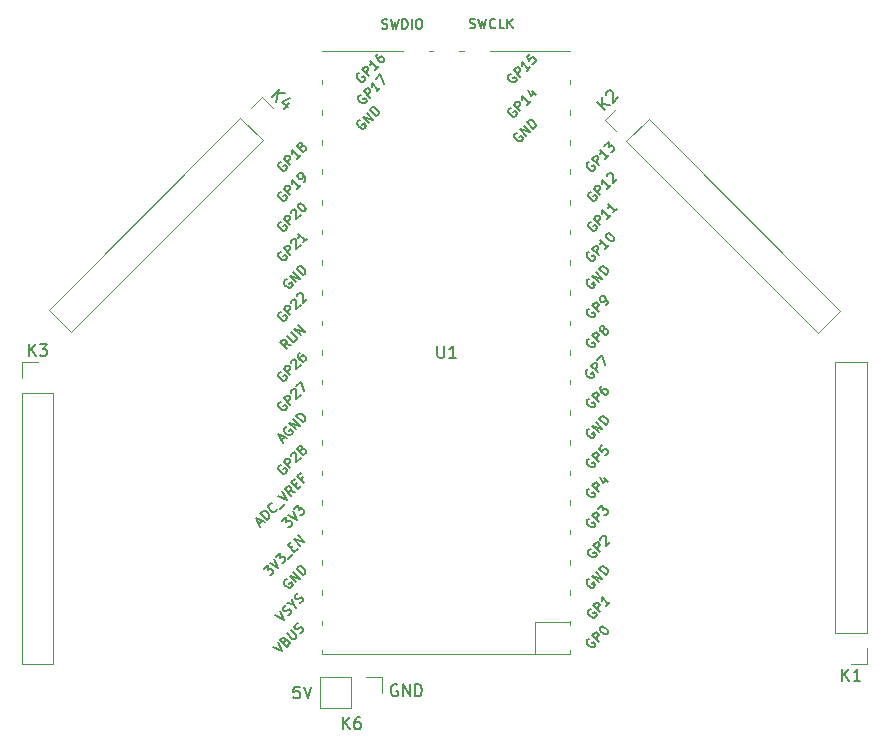
<source format=gbr>
%TF.GenerationSoftware,KiCad,Pcbnew,(5.1.8)-1*%
%TF.CreationDate,2021-12-10T09:06:31+01:00*%
%TF.ProjectId,FirePlace_V1,46697265-506c-4616-9365-5f56312e6b69,rev?*%
%TF.SameCoordinates,Original*%
%TF.FileFunction,Legend,Top*%
%TF.FilePolarity,Positive*%
%FSLAX46Y46*%
G04 Gerber Fmt 4.6, Leading zero omitted, Abs format (unit mm)*
G04 Created by KiCad (PCBNEW (5.1.8)-1) date 2021-12-10 09:06:31*
%MOMM*%
%LPD*%
G01*
G04 APERTURE LIST*
%ADD10C,0.150000*%
%ADD11C,0.120000*%
G04 APERTURE END LIST*
D10*
X41694123Y-77328780D02*
X41217933Y-77328780D01*
X41170314Y-77804971D01*
X41217933Y-77757352D01*
X41313171Y-77709733D01*
X41551266Y-77709733D01*
X41646504Y-77757352D01*
X41694123Y-77804971D01*
X41741742Y-77900209D01*
X41741742Y-78138304D01*
X41694123Y-78233542D01*
X41646504Y-78281161D01*
X41551266Y-78328780D01*
X41313171Y-78328780D01*
X41217933Y-78281161D01*
X41170314Y-78233542D01*
X42027457Y-77328780D02*
X42360790Y-78328780D01*
X42694123Y-77328780D01*
X49961895Y-77198600D02*
X49866657Y-77150980D01*
X49723800Y-77150980D01*
X49580942Y-77198600D01*
X49485704Y-77293838D01*
X49438085Y-77389076D01*
X49390466Y-77579552D01*
X49390466Y-77722409D01*
X49438085Y-77912885D01*
X49485704Y-78008123D01*
X49580942Y-78103361D01*
X49723800Y-78150980D01*
X49819038Y-78150980D01*
X49961895Y-78103361D01*
X50009514Y-78055742D01*
X50009514Y-77722409D01*
X49819038Y-77722409D01*
X50438085Y-78150980D02*
X50438085Y-77150980D01*
X51009514Y-78150980D01*
X51009514Y-77150980D01*
X51485704Y-78150980D02*
X51485704Y-77150980D01*
X51723800Y-77150980D01*
X51866657Y-77198600D01*
X51961895Y-77293838D01*
X52009514Y-77389076D01*
X52057133Y-77579552D01*
X52057133Y-77722409D01*
X52009514Y-77912885D01*
X51961895Y-78008123D01*
X51866657Y-78103361D01*
X51723800Y-78150980D01*
X51485704Y-78150980D01*
D11*
%TO.C,K6*%
X43450200Y-76521000D02*
X43450200Y-79181000D01*
X46050200Y-76521000D02*
X43450200Y-76521000D01*
X46050200Y-79181000D02*
X43450200Y-79181000D01*
X46050200Y-76521000D02*
X46050200Y-79181000D01*
X47320200Y-76521000D02*
X48650200Y-76521000D01*
X48650200Y-76521000D02*
X48650200Y-77851000D01*
%TO.C,K4*%
X20471096Y-45415200D02*
X22352000Y-47296104D01*
X36677983Y-29208313D02*
X20471096Y-45415200D01*
X38558887Y-31089217D02*
X22352000Y-47296104D01*
X36677983Y-29208313D02*
X38558887Y-31089217D01*
X37576009Y-28310287D02*
X38516461Y-27369835D01*
X38516461Y-27369835D02*
X39456913Y-28310287D01*
%TO.C,K3*%
X18177200Y-75396400D02*
X20837200Y-75396400D01*
X18177200Y-52476400D02*
X18177200Y-75396400D01*
X20837200Y-52476400D02*
X20837200Y-75396400D01*
X18177200Y-52476400D02*
X20837200Y-52476400D01*
X18177200Y-51206400D02*
X18177200Y-49876400D01*
X18177200Y-49876400D02*
X19507200Y-49876400D01*
%TO.C,K2*%
X85572600Y-47372304D02*
X87453504Y-45491400D01*
X69365713Y-31165417D02*
X85572600Y-47372304D01*
X71246617Y-29284513D02*
X87453504Y-45491400D01*
X69365713Y-31165417D02*
X71246617Y-29284513D01*
X68467687Y-30267391D02*
X67527235Y-29326939D01*
X67527235Y-29326939D02*
X68467687Y-28386487D01*
%TO.C,K1*%
X89722000Y-49876400D02*
X87062000Y-49876400D01*
X89722000Y-72796400D02*
X89722000Y-49876400D01*
X87062000Y-72796400D02*
X87062000Y-49876400D01*
X89722000Y-72796400D02*
X87062000Y-72796400D01*
X89722000Y-74066400D02*
X89722000Y-75396400D01*
X89722000Y-75396400D02*
X88392000Y-75396400D01*
%TO.C,U1*%
X64614700Y-74534700D02*
X43614700Y-74534700D01*
X57814700Y-23534700D02*
X64614700Y-23534700D01*
X64614700Y-71867700D02*
X61607700Y-71867700D01*
X61607700Y-71867700D02*
X61607700Y-74534700D01*
X64614700Y-74534700D02*
X64614700Y-74234700D01*
X64614700Y-72134700D02*
X64614700Y-71734700D01*
X64614700Y-69534700D02*
X64614700Y-69134700D01*
X64614700Y-67034700D02*
X64614700Y-66634700D01*
X64614700Y-64434700D02*
X64614700Y-64034700D01*
X64614700Y-61934700D02*
X64614700Y-61534700D01*
X64614700Y-59434700D02*
X64614700Y-59034700D01*
X64614700Y-56834700D02*
X64614700Y-56434700D01*
X64614700Y-54334700D02*
X64614700Y-53934700D01*
X64614700Y-51734700D02*
X64614700Y-51334700D01*
X64614700Y-49234700D02*
X64614700Y-48834700D01*
X64614700Y-46734700D02*
X64614700Y-46334700D01*
X64614700Y-44134700D02*
X64614700Y-43734700D01*
X64614700Y-41634700D02*
X64614700Y-41234700D01*
X64614700Y-39034700D02*
X64614700Y-38634700D01*
X64614700Y-36534700D02*
X64614700Y-36134700D01*
X64614700Y-33934700D02*
X64614700Y-33534700D01*
X64614700Y-31434700D02*
X64614700Y-31034700D01*
X64614700Y-28934700D02*
X64614700Y-28534700D01*
X64614700Y-26334700D02*
X64614700Y-25934700D01*
X43614700Y-59434700D02*
X43614700Y-59034700D01*
X43614700Y-54334700D02*
X43614700Y-53934700D01*
X43614700Y-46734700D02*
X43614700Y-46334700D01*
X43614700Y-39034700D02*
X43614700Y-38634700D01*
X43614700Y-69534700D02*
X43614700Y-69134700D01*
X43614700Y-72134700D02*
X43614700Y-71734700D01*
X43614700Y-64434700D02*
X43614700Y-64034700D01*
X43614700Y-31434700D02*
X43614700Y-31034700D01*
X43614700Y-26334700D02*
X43614700Y-25934700D01*
X43614700Y-28934700D02*
X43614700Y-28534700D01*
X43614700Y-44134700D02*
X43614700Y-43734700D01*
X43614700Y-49234700D02*
X43614700Y-48834700D01*
X43614700Y-61934700D02*
X43614700Y-61534700D01*
X43614700Y-56834700D02*
X43614700Y-56434700D01*
X43614700Y-36534700D02*
X43614700Y-36134700D01*
X43614700Y-51734700D02*
X43614700Y-51334700D01*
X43614700Y-74534700D02*
X43614700Y-74234700D01*
X43614700Y-67034700D02*
X43614700Y-66634700D01*
X43614700Y-41634700D02*
X43614700Y-41234700D01*
X43614700Y-33934700D02*
X43614700Y-33534700D01*
X43614700Y-23534700D02*
X50414700Y-23534700D01*
X55614700Y-23534700D02*
X55214700Y-23534700D01*
X53014700Y-23534700D02*
X52614700Y-23534700D01*
%TO.C,K6*%
D10*
X45362904Y-80944980D02*
X45362904Y-79944980D01*
X45934333Y-80944980D02*
X45505761Y-80373552D01*
X45934333Y-79944980D02*
X45362904Y-80516409D01*
X46791476Y-79944980D02*
X46601000Y-79944980D01*
X46505761Y-79992600D01*
X46458142Y-80040219D01*
X46362904Y-80183076D01*
X46315285Y-80373552D01*
X46315285Y-80754504D01*
X46362904Y-80849742D01*
X46410523Y-80897361D01*
X46505761Y-80944980D01*
X46696238Y-80944980D01*
X46791476Y-80897361D01*
X46839095Y-80849742D01*
X46886714Y-80754504D01*
X46886714Y-80516409D01*
X46839095Y-80421171D01*
X46791476Y-80373552D01*
X46696238Y-80325933D01*
X46505761Y-80325933D01*
X46410523Y-80373552D01*
X46362904Y-80421171D01*
X46315285Y-80516409D01*
%TO.C,K4*%
X39322226Y-27401149D02*
X40029332Y-26694042D01*
X39726287Y-27805210D02*
X39827302Y-27098103D01*
X40433394Y-27098103D02*
X39625271Y-27098103D01*
X40803783Y-27939897D02*
X40332378Y-28411302D01*
X40904798Y-27502164D02*
X40231363Y-27838882D01*
X40669096Y-28276615D01*
%TO.C,K3*%
X18769104Y-49328780D02*
X18769104Y-48328780D01*
X19340533Y-49328780D02*
X18911961Y-48757352D01*
X19340533Y-48328780D02*
X18769104Y-48900209D01*
X19673866Y-48328780D02*
X20292914Y-48328780D01*
X19959580Y-48709733D01*
X20102438Y-48709733D01*
X20197676Y-48757352D01*
X20245295Y-48804971D01*
X20292914Y-48900209D01*
X20292914Y-49138304D01*
X20245295Y-49233542D01*
X20197676Y-49281161D01*
X20102438Y-49328780D01*
X19816723Y-49328780D01*
X19721485Y-49281161D01*
X19673866Y-49233542D01*
%TO.C,K2*%
X67558549Y-28521173D02*
X66851442Y-27814067D01*
X67962610Y-28117112D02*
X67255503Y-28016097D01*
X67255503Y-27410005D02*
X67255503Y-28218128D01*
X67592221Y-27207975D02*
X67592221Y-27140631D01*
X67625892Y-27039616D01*
X67794251Y-26871257D01*
X67895267Y-26837586D01*
X67962610Y-26837586D01*
X68063625Y-26871257D01*
X68130969Y-26938601D01*
X68198312Y-27073288D01*
X68198312Y-27881410D01*
X68636045Y-27443677D01*
%TO.C,K1*%
X87653904Y-76848780D02*
X87653904Y-75848780D01*
X88225333Y-76848780D02*
X87796761Y-76277352D01*
X88225333Y-75848780D02*
X87653904Y-76420209D01*
X89177714Y-76848780D02*
X88606285Y-76848780D01*
X88892000Y-76848780D02*
X88892000Y-75848780D01*
X88796761Y-75991638D01*
X88701523Y-76086876D01*
X88606285Y-76134495D01*
%TO.C,U1*%
X53352795Y-48487080D02*
X53352795Y-49296604D01*
X53400414Y-49391842D01*
X53448033Y-49439461D01*
X53543271Y-49487080D01*
X53733747Y-49487080D01*
X53828985Y-49439461D01*
X53876604Y-49391842D01*
X53924223Y-49296604D01*
X53924223Y-48487080D01*
X54924223Y-49487080D02*
X54352795Y-49487080D01*
X54638509Y-49487080D02*
X54638509Y-48487080D01*
X54543271Y-48629938D01*
X54448033Y-48725176D01*
X54352795Y-48772795D01*
X48672961Y-21596309D02*
X48787247Y-21634404D01*
X48977723Y-21634404D01*
X49053914Y-21596309D01*
X49092009Y-21558214D01*
X49130104Y-21482023D01*
X49130104Y-21405833D01*
X49092009Y-21329642D01*
X49053914Y-21291547D01*
X48977723Y-21253452D01*
X48825342Y-21215357D01*
X48749152Y-21177261D01*
X48711057Y-21139166D01*
X48672961Y-21062976D01*
X48672961Y-20986785D01*
X48711057Y-20910595D01*
X48749152Y-20872500D01*
X48825342Y-20834404D01*
X49015819Y-20834404D01*
X49130104Y-20872500D01*
X49396771Y-20834404D02*
X49587247Y-21634404D01*
X49739628Y-21062976D01*
X49892009Y-21634404D01*
X50082485Y-20834404D01*
X50387247Y-21634404D02*
X50387247Y-20834404D01*
X50577723Y-20834404D01*
X50692009Y-20872500D01*
X50768200Y-20948690D01*
X50806295Y-21024880D01*
X50844390Y-21177261D01*
X50844390Y-21291547D01*
X50806295Y-21443928D01*
X50768200Y-21520119D01*
X50692009Y-21596309D01*
X50577723Y-21634404D01*
X50387247Y-21634404D01*
X51187247Y-21634404D02*
X51187247Y-20834404D01*
X51720580Y-20834404D02*
X51872961Y-20834404D01*
X51949152Y-20872500D01*
X52025342Y-20948690D01*
X52063438Y-21101071D01*
X52063438Y-21367738D01*
X52025342Y-21520119D01*
X51949152Y-21596309D01*
X51872961Y-21634404D01*
X51720580Y-21634404D01*
X51644390Y-21596309D01*
X51568200Y-21520119D01*
X51530104Y-21367738D01*
X51530104Y-21101071D01*
X51568200Y-20948690D01*
X51644390Y-20872500D01*
X51720580Y-20834404D01*
X56102476Y-21532809D02*
X56216761Y-21570904D01*
X56407238Y-21570904D01*
X56483428Y-21532809D01*
X56521523Y-21494714D01*
X56559619Y-21418523D01*
X56559619Y-21342333D01*
X56521523Y-21266142D01*
X56483428Y-21228047D01*
X56407238Y-21189952D01*
X56254857Y-21151857D01*
X56178666Y-21113761D01*
X56140571Y-21075666D01*
X56102476Y-20999476D01*
X56102476Y-20923285D01*
X56140571Y-20847095D01*
X56178666Y-20809000D01*
X56254857Y-20770904D01*
X56445333Y-20770904D01*
X56559619Y-20809000D01*
X56826285Y-20770904D02*
X57016761Y-21570904D01*
X57169142Y-20999476D01*
X57321523Y-21570904D01*
X57512000Y-20770904D01*
X58273904Y-21494714D02*
X58235809Y-21532809D01*
X58121523Y-21570904D01*
X58045333Y-21570904D01*
X57931047Y-21532809D01*
X57854857Y-21456619D01*
X57816761Y-21380428D01*
X57778666Y-21228047D01*
X57778666Y-21113761D01*
X57816761Y-20961380D01*
X57854857Y-20885190D01*
X57931047Y-20809000D01*
X58045333Y-20770904D01*
X58121523Y-20770904D01*
X58235809Y-20809000D01*
X58273904Y-20847095D01*
X58997714Y-21570904D02*
X58616761Y-21570904D01*
X58616761Y-20770904D01*
X59264380Y-21570904D02*
X59264380Y-20770904D01*
X59721523Y-21570904D02*
X59378666Y-21113761D01*
X59721523Y-20770904D02*
X59264380Y-21228047D01*
X40158297Y-56475664D02*
X40427671Y-56206290D01*
X40266046Y-56691163D02*
X39888923Y-55936916D01*
X40643170Y-56314040D01*
X40589295Y-55290419D02*
X40508483Y-55317356D01*
X40427671Y-55398168D01*
X40373796Y-55505918D01*
X40373796Y-55613667D01*
X40400733Y-55694480D01*
X40481545Y-55829167D01*
X40562358Y-55909979D01*
X40697045Y-55990791D01*
X40777857Y-56017728D01*
X40885606Y-56017728D01*
X40993356Y-55963854D01*
X41047231Y-55909979D01*
X41101106Y-55802229D01*
X41101106Y-55748354D01*
X40912544Y-55559793D01*
X40804794Y-55667542D01*
X41397417Y-55559793D02*
X40831732Y-54994107D01*
X41720666Y-55236544D01*
X41154980Y-54670858D01*
X41990040Y-54967170D02*
X41424354Y-54401484D01*
X41559041Y-54266797D01*
X41666791Y-54212923D01*
X41774541Y-54212923D01*
X41855353Y-54239860D01*
X41990040Y-54320672D01*
X42070852Y-54401484D01*
X42151664Y-54536171D01*
X42178602Y-54616984D01*
X42178602Y-54724733D01*
X42124727Y-54832483D01*
X41990040Y-54967170D01*
X40600858Y-68232855D02*
X40520046Y-68259793D01*
X40439234Y-68340605D01*
X40385359Y-68448354D01*
X40385359Y-68556104D01*
X40412297Y-68636916D01*
X40493109Y-68771603D01*
X40573921Y-68852415D01*
X40708608Y-68933228D01*
X40789420Y-68960165D01*
X40897170Y-68960165D01*
X41004919Y-68906290D01*
X41058794Y-68852415D01*
X41112669Y-68744666D01*
X41112669Y-68690791D01*
X40924107Y-68502229D01*
X40816358Y-68609979D01*
X41408980Y-68502229D02*
X40843295Y-67936544D01*
X41732229Y-68178980D01*
X41166544Y-67613295D01*
X42001603Y-67909606D02*
X41435918Y-67343921D01*
X41570605Y-67209234D01*
X41678354Y-67155359D01*
X41786104Y-67155359D01*
X41866916Y-67182297D01*
X42001603Y-67263109D01*
X42082415Y-67343921D01*
X42163228Y-67478608D01*
X42190165Y-67559420D01*
X42190165Y-67667170D01*
X42136290Y-67774919D01*
X42001603Y-67909606D01*
X40600858Y-42832855D02*
X40520046Y-42859793D01*
X40439234Y-42940605D01*
X40385359Y-43048354D01*
X40385359Y-43156104D01*
X40412297Y-43236916D01*
X40493109Y-43371603D01*
X40573921Y-43452415D01*
X40708608Y-43533228D01*
X40789420Y-43560165D01*
X40897170Y-43560165D01*
X41004919Y-43506290D01*
X41058794Y-43452415D01*
X41112669Y-43344666D01*
X41112669Y-43290791D01*
X40924107Y-43102229D01*
X40816358Y-43209979D01*
X41408980Y-43102229D02*
X40843295Y-42536544D01*
X41732229Y-42778980D01*
X41166544Y-42213295D01*
X42001603Y-42509606D02*
X41435918Y-41943921D01*
X41570605Y-41809234D01*
X41678354Y-41755359D01*
X41786104Y-41755359D01*
X41866916Y-41782297D01*
X42001603Y-41863109D01*
X42082415Y-41943921D01*
X42163228Y-42078608D01*
X42190165Y-42159420D01*
X42190165Y-42267170D01*
X42136290Y-42374919D01*
X42001603Y-42509606D01*
X46796858Y-29370855D02*
X46716046Y-29397793D01*
X46635234Y-29478605D01*
X46581359Y-29586354D01*
X46581359Y-29694104D01*
X46608297Y-29774916D01*
X46689109Y-29909603D01*
X46769921Y-29990415D01*
X46904608Y-30071228D01*
X46985420Y-30098165D01*
X47093170Y-30098165D01*
X47200919Y-30044290D01*
X47254794Y-29990415D01*
X47308669Y-29882666D01*
X47308669Y-29828791D01*
X47120107Y-29640229D01*
X47012358Y-29747979D01*
X47604980Y-29640229D02*
X47039295Y-29074544D01*
X47928229Y-29316980D01*
X47362544Y-28751295D01*
X48197603Y-29047606D02*
X47631918Y-28481921D01*
X47766605Y-28347234D01*
X47874354Y-28293359D01*
X47982104Y-28293359D01*
X48062916Y-28320297D01*
X48197603Y-28401109D01*
X48278415Y-28481921D01*
X48359228Y-28616608D01*
X48386165Y-28697420D01*
X48386165Y-28805170D01*
X48332290Y-28912919D01*
X48197603Y-29047606D01*
X60093758Y-30450355D02*
X60012946Y-30477293D01*
X59932134Y-30558105D01*
X59878259Y-30665854D01*
X59878259Y-30773604D01*
X59905197Y-30854416D01*
X59986009Y-30989103D01*
X60066821Y-31069915D01*
X60201508Y-31150728D01*
X60282320Y-31177665D01*
X60390070Y-31177665D01*
X60497819Y-31123790D01*
X60551694Y-31069915D01*
X60605569Y-30962166D01*
X60605569Y-30908291D01*
X60417007Y-30719729D01*
X60309258Y-30827479D01*
X60901880Y-30719729D02*
X60336195Y-30154044D01*
X61225129Y-30396480D01*
X60659444Y-29830795D01*
X61494503Y-30127106D02*
X60928818Y-29561421D01*
X61063505Y-29426734D01*
X61171254Y-29372859D01*
X61279004Y-29372859D01*
X61359816Y-29399797D01*
X61494503Y-29480609D01*
X61575315Y-29561421D01*
X61656128Y-29696108D01*
X61683065Y-29776920D01*
X61683065Y-29884670D01*
X61629190Y-29992419D01*
X61494503Y-30127106D01*
X66200858Y-42832855D02*
X66120046Y-42859793D01*
X66039234Y-42940605D01*
X65985359Y-43048354D01*
X65985359Y-43156104D01*
X66012297Y-43236916D01*
X66093109Y-43371603D01*
X66173921Y-43452415D01*
X66308608Y-43533228D01*
X66389420Y-43560165D01*
X66497170Y-43560165D01*
X66604919Y-43506290D01*
X66658794Y-43452415D01*
X66712669Y-43344666D01*
X66712669Y-43290791D01*
X66524107Y-43102229D01*
X66416358Y-43209979D01*
X67008980Y-43102229D02*
X66443295Y-42536544D01*
X67332229Y-42778980D01*
X66766544Y-42213295D01*
X67601603Y-42509606D02*
X67035918Y-41943921D01*
X67170605Y-41809234D01*
X67278354Y-41755359D01*
X67386104Y-41755359D01*
X67466916Y-41782297D01*
X67601603Y-41863109D01*
X67682415Y-41943921D01*
X67763228Y-42078608D01*
X67790165Y-42159420D01*
X67790165Y-42267170D01*
X67736290Y-42374919D01*
X67601603Y-42509606D01*
X66200858Y-55532855D02*
X66120046Y-55559793D01*
X66039234Y-55640605D01*
X65985359Y-55748354D01*
X65985359Y-55856104D01*
X66012297Y-55936916D01*
X66093109Y-56071603D01*
X66173921Y-56152415D01*
X66308608Y-56233228D01*
X66389420Y-56260165D01*
X66497170Y-56260165D01*
X66604919Y-56206290D01*
X66658794Y-56152415D01*
X66712669Y-56044666D01*
X66712669Y-55990791D01*
X66524107Y-55802229D01*
X66416358Y-55909979D01*
X67008980Y-55802229D02*
X66443295Y-55236544D01*
X67332229Y-55478980D01*
X66766544Y-54913295D01*
X67601603Y-55209606D02*
X67035918Y-54643921D01*
X67170605Y-54509234D01*
X67278354Y-54455359D01*
X67386104Y-54455359D01*
X67466916Y-54482297D01*
X67601603Y-54563109D01*
X67682415Y-54643921D01*
X67763228Y-54778608D01*
X67790165Y-54859420D01*
X67790165Y-54967170D01*
X67736290Y-55074919D01*
X67601603Y-55209606D01*
X66200858Y-68232855D02*
X66120046Y-68259793D01*
X66039234Y-68340605D01*
X65985359Y-68448354D01*
X65985359Y-68556104D01*
X66012297Y-68636916D01*
X66093109Y-68771603D01*
X66173921Y-68852415D01*
X66308608Y-68933228D01*
X66389420Y-68960165D01*
X66497170Y-68960165D01*
X66604919Y-68906290D01*
X66658794Y-68852415D01*
X66712669Y-68744666D01*
X66712669Y-68690791D01*
X66524107Y-68502229D01*
X66416358Y-68609979D01*
X67008980Y-68502229D02*
X66443295Y-67936544D01*
X67332229Y-68178980D01*
X66766544Y-67613295D01*
X67601603Y-67909606D02*
X67035918Y-67343921D01*
X67170605Y-67209234D01*
X67278354Y-67155359D01*
X67386104Y-67155359D01*
X67466916Y-67182297D01*
X67601603Y-67263109D01*
X67682415Y-67343921D01*
X67763228Y-67478608D01*
X67790165Y-67559420D01*
X67790165Y-67667170D01*
X67736290Y-67774919D01*
X67601603Y-67909606D01*
X39467829Y-73962009D02*
X40222077Y-74339133D01*
X39844953Y-73584886D01*
X40491451Y-73477136D02*
X40599200Y-73423261D01*
X40653075Y-73423261D01*
X40733887Y-73450199D01*
X40814700Y-73531011D01*
X40841637Y-73611823D01*
X40841637Y-73665698D01*
X40814700Y-73746510D01*
X40599200Y-73962009D01*
X40033515Y-73396324D01*
X40222077Y-73207762D01*
X40302889Y-73180825D01*
X40356764Y-73180825D01*
X40437576Y-73207762D01*
X40491451Y-73261637D01*
X40518388Y-73342449D01*
X40518388Y-73396324D01*
X40491451Y-73477136D01*
X40302889Y-73665698D01*
X40599200Y-72830638D02*
X41057136Y-73288574D01*
X41137948Y-73315512D01*
X41191823Y-73315512D01*
X41272635Y-73288574D01*
X41380385Y-73180825D01*
X41407322Y-73100012D01*
X41407322Y-73046138D01*
X41380385Y-72965325D01*
X40922449Y-72507390D01*
X41703634Y-72803701D02*
X41811383Y-72749826D01*
X41946070Y-72615139D01*
X41973008Y-72534327D01*
X41973008Y-72480452D01*
X41946070Y-72399640D01*
X41892196Y-72345765D01*
X41811383Y-72318828D01*
X41757509Y-72318828D01*
X41676696Y-72345765D01*
X41542009Y-72426577D01*
X41461197Y-72453515D01*
X41407322Y-72453515D01*
X41326510Y-72426577D01*
X41272635Y-72372703D01*
X41245698Y-72291890D01*
X41245698Y-72238016D01*
X41272635Y-72157203D01*
X41407322Y-72022516D01*
X41515072Y-71968642D01*
X39635173Y-71284666D02*
X40389420Y-71661789D01*
X40012297Y-70907542D01*
X40712669Y-71284666D02*
X40820419Y-71230791D01*
X40955106Y-71096104D01*
X40982043Y-71015292D01*
X40982043Y-70961417D01*
X40955106Y-70880605D01*
X40901231Y-70826730D01*
X40820419Y-70799793D01*
X40766544Y-70799793D01*
X40685732Y-70826730D01*
X40551045Y-70907542D01*
X40470232Y-70934480D01*
X40416358Y-70934480D01*
X40335545Y-70907542D01*
X40281671Y-70853667D01*
X40254733Y-70772855D01*
X40254733Y-70718980D01*
X40281671Y-70638168D01*
X40416358Y-70503481D01*
X40524107Y-70449606D01*
X41143667Y-70368794D02*
X41413041Y-70638168D01*
X40658794Y-70261045D02*
X41143667Y-70368794D01*
X41035918Y-69883921D01*
X41736290Y-70261045D02*
X41844040Y-70207170D01*
X41978727Y-70072483D01*
X42005664Y-69991671D01*
X42005664Y-69937796D01*
X41978727Y-69856984D01*
X41924852Y-69803109D01*
X41844040Y-69776171D01*
X41790165Y-69776171D01*
X41709353Y-69803109D01*
X41574666Y-69883921D01*
X41493854Y-69910858D01*
X41439979Y-69910858D01*
X41359167Y-69883921D01*
X41305292Y-69830046D01*
X41278354Y-69749234D01*
X41278354Y-69695359D01*
X41305292Y-69614547D01*
X41439979Y-69479860D01*
X41547728Y-69425985D01*
X38636831Y-67393008D02*
X38987017Y-67042822D01*
X39013955Y-67446883D01*
X39094767Y-67366070D01*
X39175579Y-67339133D01*
X39229454Y-67339133D01*
X39310266Y-67366070D01*
X39444953Y-67500757D01*
X39471890Y-67581570D01*
X39471890Y-67635444D01*
X39444953Y-67716257D01*
X39283329Y-67877881D01*
X39202516Y-67904818D01*
X39148642Y-67904818D01*
X39148642Y-66881197D02*
X39902889Y-67258321D01*
X39525765Y-66504074D01*
X39660452Y-66369387D02*
X40010638Y-66019200D01*
X40037576Y-66423261D01*
X40118388Y-66342449D01*
X40199200Y-66315512D01*
X40253075Y-66315512D01*
X40333887Y-66342449D01*
X40468574Y-66477136D01*
X40495512Y-66557948D01*
X40495512Y-66611823D01*
X40468574Y-66692635D01*
X40306950Y-66854260D01*
X40226138Y-66881197D01*
X40172263Y-66881197D01*
X40737948Y-66531011D02*
X41168947Y-66100012D01*
X40953448Y-65615139D02*
X41142009Y-65426577D01*
X41519133Y-65642077D02*
X41249759Y-65911451D01*
X40684074Y-65345765D01*
X40953448Y-65076391D01*
X41761570Y-65399640D02*
X41195884Y-64833955D01*
X42084818Y-65076391D01*
X41519133Y-64510706D01*
X40204547Y-63325292D02*
X40554733Y-62975106D01*
X40581671Y-63379167D01*
X40662483Y-63298354D01*
X40743295Y-63271417D01*
X40797170Y-63271417D01*
X40877982Y-63298354D01*
X41012669Y-63433041D01*
X41039606Y-63513854D01*
X41039606Y-63567728D01*
X41012669Y-63648541D01*
X40851045Y-63810165D01*
X40770232Y-63837102D01*
X40716358Y-63837102D01*
X40716358Y-62813481D02*
X41470605Y-63190605D01*
X41093481Y-62436358D01*
X41228168Y-62301671D02*
X41578354Y-61951484D01*
X41605292Y-62355545D01*
X41686104Y-62274733D01*
X41766916Y-62247796D01*
X41820791Y-62247796D01*
X41901603Y-62274733D01*
X42036290Y-62409420D01*
X42063228Y-62490232D01*
X42063228Y-62544107D01*
X42036290Y-62624919D01*
X41874666Y-62786544D01*
X41793854Y-62813481D01*
X41739979Y-62813481D01*
X38269488Y-63568473D02*
X38538862Y-63299099D01*
X38377237Y-63783972D02*
X38000114Y-63029725D01*
X38754361Y-63406849D01*
X38942923Y-63218287D02*
X38377237Y-62652602D01*
X38511924Y-62517915D01*
X38619674Y-62464040D01*
X38727423Y-62464040D01*
X38808236Y-62490977D01*
X38942923Y-62571789D01*
X39023735Y-62652602D01*
X39104547Y-62787289D01*
X39131484Y-62868101D01*
X39131484Y-62975850D01*
X39077610Y-63083600D01*
X38942923Y-63218287D01*
X39777982Y-62275478D02*
X39777982Y-62329353D01*
X39724107Y-62437102D01*
X39670232Y-62490977D01*
X39562483Y-62544852D01*
X39454733Y-62544852D01*
X39373921Y-62517915D01*
X39239234Y-62437102D01*
X39158422Y-62356290D01*
X39077610Y-62221603D01*
X39050672Y-62140791D01*
X39050672Y-62033041D01*
X39104547Y-61925292D01*
X39158422Y-61871417D01*
X39266171Y-61817542D01*
X39320046Y-61817542D01*
X39993481Y-62275478D02*
X40424480Y-61844480D01*
X39858794Y-61171045D02*
X40613041Y-61548168D01*
X40235918Y-60793921D01*
X41313414Y-60847796D02*
X40855478Y-60766984D01*
X40990165Y-61171045D02*
X40424480Y-60605359D01*
X40639979Y-60389860D01*
X40720791Y-60362923D01*
X40774666Y-60362923D01*
X40855478Y-60389860D01*
X40936290Y-60470672D01*
X40963228Y-60551484D01*
X40963228Y-60605359D01*
X40936290Y-60686171D01*
X40720791Y-60901671D01*
X41259539Y-60309048D02*
X41448101Y-60120486D01*
X41825224Y-60335985D02*
X41555850Y-60605359D01*
X40990165Y-60039674D01*
X41259539Y-59770300D01*
X41959911Y-59608675D02*
X41771350Y-59797237D01*
X42067661Y-60093549D02*
X41501976Y-59527863D01*
X41771350Y-59258489D01*
X40104422Y-58569292D02*
X40023610Y-58596229D01*
X39942797Y-58677041D01*
X39888923Y-58784791D01*
X39888923Y-58892541D01*
X39915860Y-58973353D01*
X39996672Y-59108040D01*
X40077484Y-59188852D01*
X40212171Y-59269664D01*
X40292984Y-59296602D01*
X40400733Y-59296602D01*
X40508483Y-59242727D01*
X40562358Y-59188852D01*
X40616232Y-59081102D01*
X40616232Y-59027228D01*
X40427671Y-58838666D01*
X40319921Y-58946415D01*
X40912544Y-58838666D02*
X40346858Y-58272980D01*
X40562358Y-58057481D01*
X40643170Y-58030544D01*
X40697045Y-58030544D01*
X40777857Y-58057481D01*
X40858669Y-58138293D01*
X40885606Y-58219106D01*
X40885606Y-58272980D01*
X40858669Y-58353793D01*
X40643170Y-58569292D01*
X40939481Y-57788107D02*
X40939481Y-57734232D01*
X40966419Y-57653420D01*
X41101106Y-57518733D01*
X41181918Y-57491796D01*
X41235793Y-57491796D01*
X41316605Y-57518733D01*
X41370480Y-57572608D01*
X41424354Y-57680358D01*
X41424354Y-58326855D01*
X41774541Y-57976669D01*
X41774541Y-57330171D02*
X41693728Y-57357109D01*
X41639854Y-57357109D01*
X41559041Y-57330171D01*
X41532104Y-57303234D01*
X41505167Y-57222422D01*
X41505167Y-57168547D01*
X41532104Y-57087735D01*
X41639854Y-56979985D01*
X41720666Y-56953048D01*
X41774541Y-56953048D01*
X41855353Y-56979985D01*
X41882290Y-57006923D01*
X41909228Y-57087735D01*
X41909228Y-57141610D01*
X41882290Y-57222422D01*
X41774541Y-57330171D01*
X41747603Y-57410984D01*
X41747603Y-57464858D01*
X41774541Y-57545671D01*
X41882290Y-57653420D01*
X41963102Y-57680358D01*
X42016977Y-57680358D01*
X42097789Y-57653420D01*
X42205539Y-57545671D01*
X42232476Y-57464858D01*
X42232476Y-57410984D01*
X42205539Y-57330171D01*
X42097789Y-57222422D01*
X42016977Y-57195484D01*
X41963102Y-57195484D01*
X41882290Y-57222422D01*
X40104422Y-53225292D02*
X40023610Y-53252229D01*
X39942797Y-53333041D01*
X39888923Y-53440791D01*
X39888923Y-53548541D01*
X39915860Y-53629353D01*
X39996672Y-53764040D01*
X40077484Y-53844852D01*
X40212171Y-53925664D01*
X40292984Y-53952602D01*
X40400733Y-53952602D01*
X40508483Y-53898727D01*
X40562358Y-53844852D01*
X40616232Y-53737102D01*
X40616232Y-53683228D01*
X40427671Y-53494666D01*
X40319921Y-53602415D01*
X40912544Y-53494666D02*
X40346858Y-52928980D01*
X40562358Y-52713481D01*
X40643170Y-52686544D01*
X40697045Y-52686544D01*
X40777857Y-52713481D01*
X40858669Y-52794293D01*
X40885606Y-52875106D01*
X40885606Y-52928980D01*
X40858669Y-53009793D01*
X40643170Y-53225292D01*
X40939481Y-52444107D02*
X40939481Y-52390232D01*
X40966419Y-52309420D01*
X41101106Y-52174733D01*
X41181918Y-52147796D01*
X41235793Y-52147796D01*
X41316605Y-52174733D01*
X41370480Y-52228608D01*
X41424354Y-52336358D01*
X41424354Y-52982855D01*
X41774541Y-52632669D01*
X41397417Y-51878422D02*
X41774541Y-51501298D01*
X42097789Y-52309420D01*
X40104422Y-50695292D02*
X40023610Y-50722229D01*
X39942797Y-50803041D01*
X39888923Y-50910791D01*
X39888923Y-51018541D01*
X39915860Y-51099353D01*
X39996672Y-51234040D01*
X40077484Y-51314852D01*
X40212171Y-51395664D01*
X40292984Y-51422602D01*
X40400733Y-51422602D01*
X40508483Y-51368727D01*
X40562358Y-51314852D01*
X40616232Y-51207102D01*
X40616232Y-51153228D01*
X40427671Y-50964666D01*
X40319921Y-51072415D01*
X40912544Y-50964666D02*
X40346858Y-50398980D01*
X40562358Y-50183481D01*
X40643170Y-50156544D01*
X40697045Y-50156544D01*
X40777857Y-50183481D01*
X40858669Y-50264293D01*
X40885606Y-50345106D01*
X40885606Y-50398980D01*
X40858669Y-50479793D01*
X40643170Y-50695292D01*
X40939481Y-49914107D02*
X40939481Y-49860232D01*
X40966419Y-49779420D01*
X41101106Y-49644733D01*
X41181918Y-49617796D01*
X41235793Y-49617796D01*
X41316605Y-49644733D01*
X41370480Y-49698608D01*
X41424354Y-49806358D01*
X41424354Y-50452855D01*
X41774541Y-50102669D01*
X41693728Y-49052110D02*
X41585979Y-49159860D01*
X41559041Y-49240672D01*
X41559041Y-49294547D01*
X41585979Y-49429234D01*
X41666791Y-49563921D01*
X41882290Y-49779420D01*
X41963102Y-49806358D01*
X42016977Y-49806358D01*
X42097789Y-49779420D01*
X42205539Y-49671671D01*
X42232476Y-49590858D01*
X42232476Y-49536984D01*
X42205539Y-49456171D01*
X42070852Y-49321484D01*
X41990040Y-49294547D01*
X41936165Y-49294547D01*
X41855353Y-49321484D01*
X41747603Y-49429234D01*
X41720666Y-49510046D01*
X41720666Y-49563921D01*
X41747603Y-49644733D01*
X40953075Y-48438135D02*
X40495139Y-48357322D01*
X40629826Y-48761383D02*
X40064141Y-48195698D01*
X40279640Y-47980199D01*
X40360452Y-47953261D01*
X40414327Y-47953261D01*
X40495139Y-47980199D01*
X40575951Y-48061011D01*
X40602889Y-48141823D01*
X40602889Y-48195698D01*
X40575951Y-48276510D01*
X40360452Y-48492009D01*
X40629826Y-47630012D02*
X41087762Y-48087948D01*
X41168574Y-48114886D01*
X41222449Y-48114886D01*
X41303261Y-48087948D01*
X41411011Y-47980199D01*
X41437948Y-47899387D01*
X41437948Y-47845512D01*
X41411011Y-47764700D01*
X40953075Y-47306764D01*
X41788135Y-47603075D02*
X41222449Y-47037390D01*
X42111383Y-47279826D01*
X41545698Y-46714141D01*
X40104422Y-45615292D02*
X40023610Y-45642229D01*
X39942797Y-45723041D01*
X39888923Y-45830791D01*
X39888923Y-45938541D01*
X39915860Y-46019353D01*
X39996672Y-46154040D01*
X40077484Y-46234852D01*
X40212171Y-46315664D01*
X40292984Y-46342602D01*
X40400733Y-46342602D01*
X40508483Y-46288727D01*
X40562358Y-46234852D01*
X40616232Y-46127102D01*
X40616232Y-46073228D01*
X40427671Y-45884666D01*
X40319921Y-45992415D01*
X40912544Y-45884666D02*
X40346858Y-45318980D01*
X40562358Y-45103481D01*
X40643170Y-45076544D01*
X40697045Y-45076544D01*
X40777857Y-45103481D01*
X40858669Y-45184293D01*
X40885606Y-45265106D01*
X40885606Y-45318980D01*
X40858669Y-45399793D01*
X40643170Y-45615292D01*
X40939481Y-44834107D02*
X40939481Y-44780232D01*
X40966419Y-44699420D01*
X41101106Y-44564733D01*
X41181918Y-44537796D01*
X41235793Y-44537796D01*
X41316605Y-44564733D01*
X41370480Y-44618608D01*
X41424354Y-44726358D01*
X41424354Y-45372855D01*
X41774541Y-45022669D01*
X41478229Y-44295359D02*
X41478229Y-44241484D01*
X41505167Y-44160672D01*
X41639854Y-44025985D01*
X41720666Y-43999048D01*
X41774541Y-43999048D01*
X41855353Y-44025985D01*
X41909228Y-44079860D01*
X41963102Y-44187610D01*
X41963102Y-44834107D01*
X42313289Y-44483921D01*
X40104422Y-40525292D02*
X40023610Y-40552229D01*
X39942797Y-40633041D01*
X39888923Y-40740791D01*
X39888923Y-40848541D01*
X39915860Y-40929353D01*
X39996672Y-41064040D01*
X40077484Y-41144852D01*
X40212171Y-41225664D01*
X40292984Y-41252602D01*
X40400733Y-41252602D01*
X40508483Y-41198727D01*
X40562358Y-41144852D01*
X40616232Y-41037102D01*
X40616232Y-40983228D01*
X40427671Y-40794666D01*
X40319921Y-40902415D01*
X40912544Y-40794666D02*
X40346858Y-40228980D01*
X40562358Y-40013481D01*
X40643170Y-39986544D01*
X40697045Y-39986544D01*
X40777857Y-40013481D01*
X40858669Y-40094293D01*
X40885606Y-40175106D01*
X40885606Y-40228980D01*
X40858669Y-40309793D01*
X40643170Y-40525292D01*
X40939481Y-39744107D02*
X40939481Y-39690232D01*
X40966419Y-39609420D01*
X41101106Y-39474733D01*
X41181918Y-39447796D01*
X41235793Y-39447796D01*
X41316605Y-39474733D01*
X41370480Y-39528608D01*
X41424354Y-39636358D01*
X41424354Y-40282855D01*
X41774541Y-39932669D01*
X42313289Y-39393921D02*
X41990040Y-39717170D01*
X42151664Y-39555545D02*
X41585979Y-38989860D01*
X41612916Y-39124547D01*
X41612916Y-39232297D01*
X41585979Y-39313109D01*
X40104422Y-37995292D02*
X40023610Y-38022229D01*
X39942797Y-38103041D01*
X39888923Y-38210791D01*
X39888923Y-38318541D01*
X39915860Y-38399353D01*
X39996672Y-38534040D01*
X40077484Y-38614852D01*
X40212171Y-38695664D01*
X40292984Y-38722602D01*
X40400733Y-38722602D01*
X40508483Y-38668727D01*
X40562358Y-38614852D01*
X40616232Y-38507102D01*
X40616232Y-38453228D01*
X40427671Y-38264666D01*
X40319921Y-38372415D01*
X40912544Y-38264666D02*
X40346858Y-37698980D01*
X40562358Y-37483481D01*
X40643170Y-37456544D01*
X40697045Y-37456544D01*
X40777857Y-37483481D01*
X40858669Y-37564293D01*
X40885606Y-37645106D01*
X40885606Y-37698980D01*
X40858669Y-37779793D01*
X40643170Y-37995292D01*
X40939481Y-37214107D02*
X40939481Y-37160232D01*
X40966419Y-37079420D01*
X41101106Y-36944733D01*
X41181918Y-36917796D01*
X41235793Y-36917796D01*
X41316605Y-36944733D01*
X41370480Y-36998608D01*
X41424354Y-37106358D01*
X41424354Y-37752855D01*
X41774541Y-37402669D01*
X41559041Y-36486797D02*
X41612916Y-36432923D01*
X41693728Y-36405985D01*
X41747603Y-36405985D01*
X41828415Y-36432923D01*
X41963102Y-36513735D01*
X42097789Y-36648422D01*
X42178602Y-36783109D01*
X42205539Y-36863921D01*
X42205539Y-36917796D01*
X42178602Y-36998608D01*
X42124727Y-37052483D01*
X42043915Y-37079420D01*
X41990040Y-37079420D01*
X41909228Y-37052483D01*
X41774541Y-36971671D01*
X41639854Y-36836984D01*
X41559041Y-36702297D01*
X41532104Y-36621484D01*
X41532104Y-36567610D01*
X41559041Y-36486797D01*
X40104422Y-35455292D02*
X40023610Y-35482229D01*
X39942797Y-35563041D01*
X39888923Y-35670791D01*
X39888923Y-35778541D01*
X39915860Y-35859353D01*
X39996672Y-35994040D01*
X40077484Y-36074852D01*
X40212171Y-36155664D01*
X40292984Y-36182602D01*
X40400733Y-36182602D01*
X40508483Y-36128727D01*
X40562358Y-36074852D01*
X40616232Y-35967102D01*
X40616232Y-35913228D01*
X40427671Y-35724666D01*
X40319921Y-35832415D01*
X40912544Y-35724666D02*
X40346858Y-35158980D01*
X40562358Y-34943481D01*
X40643170Y-34916544D01*
X40697045Y-34916544D01*
X40777857Y-34943481D01*
X40858669Y-35024293D01*
X40885606Y-35105106D01*
X40885606Y-35158980D01*
X40858669Y-35239793D01*
X40643170Y-35455292D01*
X41774541Y-34862669D02*
X41451292Y-35185918D01*
X41612916Y-35024293D02*
X41047231Y-34458608D01*
X41074168Y-34593295D01*
X41074168Y-34701045D01*
X41047231Y-34781857D01*
X42043915Y-34593295D02*
X42151664Y-34485545D01*
X42178602Y-34404733D01*
X42178602Y-34350858D01*
X42151664Y-34216171D01*
X42070852Y-34081484D01*
X41855353Y-33865985D01*
X41774541Y-33839048D01*
X41720666Y-33839048D01*
X41639854Y-33865985D01*
X41532104Y-33973735D01*
X41505167Y-34054547D01*
X41505167Y-34108422D01*
X41532104Y-34189234D01*
X41666791Y-34323921D01*
X41747603Y-34350858D01*
X41801478Y-34350858D01*
X41882290Y-34323921D01*
X41990040Y-34216171D01*
X42016977Y-34135359D01*
X42016977Y-34081484D01*
X41990040Y-34000672D01*
X40104422Y-32915292D02*
X40023610Y-32942229D01*
X39942797Y-33023041D01*
X39888923Y-33130791D01*
X39888923Y-33238541D01*
X39915860Y-33319353D01*
X39996672Y-33454040D01*
X40077484Y-33534852D01*
X40212171Y-33615664D01*
X40292984Y-33642602D01*
X40400733Y-33642602D01*
X40508483Y-33588727D01*
X40562358Y-33534852D01*
X40616232Y-33427102D01*
X40616232Y-33373228D01*
X40427671Y-33184666D01*
X40319921Y-33292415D01*
X40912544Y-33184666D02*
X40346858Y-32618980D01*
X40562358Y-32403481D01*
X40643170Y-32376544D01*
X40697045Y-32376544D01*
X40777857Y-32403481D01*
X40858669Y-32484293D01*
X40885606Y-32565106D01*
X40885606Y-32618980D01*
X40858669Y-32699793D01*
X40643170Y-32915292D01*
X41774541Y-32322669D02*
X41451292Y-32645918D01*
X41612916Y-32484293D02*
X41047231Y-31918608D01*
X41074168Y-32053295D01*
X41074168Y-32161045D01*
X41047231Y-32241857D01*
X41774541Y-31676171D02*
X41693728Y-31703109D01*
X41639854Y-31703109D01*
X41559041Y-31676171D01*
X41532104Y-31649234D01*
X41505167Y-31568422D01*
X41505167Y-31514547D01*
X41532104Y-31433735D01*
X41639854Y-31325985D01*
X41720666Y-31299048D01*
X41774541Y-31299048D01*
X41855353Y-31325985D01*
X41882290Y-31352923D01*
X41909228Y-31433735D01*
X41909228Y-31487610D01*
X41882290Y-31568422D01*
X41774541Y-31676171D01*
X41747603Y-31756984D01*
X41747603Y-31810858D01*
X41774541Y-31891671D01*
X41882290Y-31999420D01*
X41963102Y-32026358D01*
X42016977Y-32026358D01*
X42097789Y-31999420D01*
X42205539Y-31891671D01*
X42232476Y-31810858D01*
X42232476Y-31756984D01*
X42205539Y-31676171D01*
X42097789Y-31568422D01*
X42016977Y-31541484D01*
X41963102Y-31541484D01*
X41882290Y-31568422D01*
X46859222Y-27212992D02*
X46778410Y-27239929D01*
X46697597Y-27320741D01*
X46643723Y-27428491D01*
X46643723Y-27536241D01*
X46670660Y-27617053D01*
X46751472Y-27751740D01*
X46832284Y-27832552D01*
X46966971Y-27913364D01*
X47047784Y-27940302D01*
X47155533Y-27940302D01*
X47263283Y-27886427D01*
X47317158Y-27832552D01*
X47371032Y-27724802D01*
X47371032Y-27670928D01*
X47182471Y-27482366D01*
X47074721Y-27590115D01*
X47667344Y-27482366D02*
X47101658Y-26916680D01*
X47317158Y-26701181D01*
X47397970Y-26674244D01*
X47451845Y-26674244D01*
X47532657Y-26701181D01*
X47613469Y-26781993D01*
X47640406Y-26862806D01*
X47640406Y-26916680D01*
X47613469Y-26997493D01*
X47397970Y-27212992D01*
X48529341Y-26620369D02*
X48206092Y-26943618D01*
X48367716Y-26781993D02*
X47802031Y-26216308D01*
X47828968Y-26350995D01*
X47828968Y-26458745D01*
X47802031Y-26539557D01*
X48152217Y-25866122D02*
X48529341Y-25488998D01*
X48852589Y-26297120D01*
X46732222Y-25371492D02*
X46651410Y-25398429D01*
X46570597Y-25479241D01*
X46516723Y-25586991D01*
X46516723Y-25694741D01*
X46543660Y-25775553D01*
X46624472Y-25910240D01*
X46705284Y-25991052D01*
X46839971Y-26071864D01*
X46920784Y-26098802D01*
X47028533Y-26098802D01*
X47136283Y-26044927D01*
X47190158Y-25991052D01*
X47244032Y-25883302D01*
X47244032Y-25829428D01*
X47055471Y-25640866D01*
X46947721Y-25748615D01*
X47540344Y-25640866D02*
X46974658Y-25075180D01*
X47190158Y-24859681D01*
X47270970Y-24832744D01*
X47324845Y-24832744D01*
X47405657Y-24859681D01*
X47486469Y-24940493D01*
X47513406Y-25021306D01*
X47513406Y-25075180D01*
X47486469Y-25155993D01*
X47270970Y-25371492D01*
X48402341Y-24778869D02*
X48079092Y-25102118D01*
X48240716Y-24940493D02*
X47675031Y-24374808D01*
X47701968Y-24509495D01*
X47701968Y-24617245D01*
X47675031Y-24698057D01*
X48321528Y-23728310D02*
X48213779Y-23836060D01*
X48186841Y-23916872D01*
X48186841Y-23970747D01*
X48213779Y-24105434D01*
X48294591Y-24240121D01*
X48510090Y-24455620D01*
X48590902Y-24482558D01*
X48644777Y-24482558D01*
X48725589Y-24455620D01*
X48833339Y-24347871D01*
X48860276Y-24267058D01*
X48860276Y-24213184D01*
X48833339Y-24132371D01*
X48698652Y-23997684D01*
X48617840Y-23970747D01*
X48563965Y-23970747D01*
X48483153Y-23997684D01*
X48375403Y-24105434D01*
X48348466Y-24186246D01*
X48348466Y-24240121D01*
X48375403Y-24320933D01*
X59559222Y-25447692D02*
X59478410Y-25474629D01*
X59397597Y-25555441D01*
X59343723Y-25663191D01*
X59343723Y-25770941D01*
X59370660Y-25851753D01*
X59451472Y-25986440D01*
X59532284Y-26067252D01*
X59666971Y-26148064D01*
X59747784Y-26175002D01*
X59855533Y-26175002D01*
X59963283Y-26121127D01*
X60017158Y-26067252D01*
X60071032Y-25959502D01*
X60071032Y-25905628D01*
X59882471Y-25717066D01*
X59774721Y-25824815D01*
X60367344Y-25717066D02*
X59801658Y-25151380D01*
X60017158Y-24935881D01*
X60097970Y-24908944D01*
X60151845Y-24908944D01*
X60232657Y-24935881D01*
X60313469Y-25016693D01*
X60340406Y-25097506D01*
X60340406Y-25151380D01*
X60313469Y-25232193D01*
X60097970Y-25447692D01*
X61229341Y-24855069D02*
X60906092Y-25178318D01*
X61067716Y-25016693D02*
X60502031Y-24451008D01*
X60528968Y-24585695D01*
X60528968Y-24693445D01*
X60502031Y-24774257D01*
X61175466Y-23777573D02*
X60906092Y-24046947D01*
X61148528Y-24343258D01*
X61148528Y-24289384D01*
X61175466Y-24208571D01*
X61310153Y-24073884D01*
X61390965Y-24046947D01*
X61444840Y-24046947D01*
X61525652Y-24073884D01*
X61660339Y-24208571D01*
X61687276Y-24289384D01*
X61687276Y-24343258D01*
X61660339Y-24424071D01*
X61525652Y-24558758D01*
X61444840Y-24585695D01*
X61390965Y-24585695D01*
X59584622Y-28343292D02*
X59503810Y-28370229D01*
X59422997Y-28451041D01*
X59369123Y-28558791D01*
X59369123Y-28666541D01*
X59396060Y-28747353D01*
X59476872Y-28882040D01*
X59557684Y-28962852D01*
X59692371Y-29043664D01*
X59773184Y-29070602D01*
X59880933Y-29070602D01*
X59988683Y-29016727D01*
X60042558Y-28962852D01*
X60096432Y-28855102D01*
X60096432Y-28801228D01*
X59907871Y-28612666D01*
X59800121Y-28720415D01*
X60392744Y-28612666D02*
X59827058Y-28046980D01*
X60042558Y-27831481D01*
X60123370Y-27804544D01*
X60177245Y-27804544D01*
X60258057Y-27831481D01*
X60338869Y-27912293D01*
X60365806Y-27993106D01*
X60365806Y-28046980D01*
X60338869Y-28127793D01*
X60123370Y-28343292D01*
X61254741Y-27750669D02*
X60931492Y-28073918D01*
X61093116Y-27912293D02*
X60527431Y-27346608D01*
X60554368Y-27481295D01*
X60554368Y-27589045D01*
X60527431Y-27669857D01*
X61362490Y-26888672D02*
X61739614Y-27265796D01*
X61012304Y-26807860D02*
X61281678Y-27346608D01*
X61631864Y-26996422D01*
X66212422Y-32915292D02*
X66131610Y-32942229D01*
X66050797Y-33023041D01*
X65996923Y-33130791D01*
X65996923Y-33238541D01*
X66023860Y-33319353D01*
X66104672Y-33454040D01*
X66185484Y-33534852D01*
X66320171Y-33615664D01*
X66400984Y-33642602D01*
X66508733Y-33642602D01*
X66616483Y-33588727D01*
X66670358Y-33534852D01*
X66724232Y-33427102D01*
X66724232Y-33373228D01*
X66535671Y-33184666D01*
X66427921Y-33292415D01*
X67020544Y-33184666D02*
X66454858Y-32618980D01*
X66670358Y-32403481D01*
X66751170Y-32376544D01*
X66805045Y-32376544D01*
X66885857Y-32403481D01*
X66966669Y-32484293D01*
X66993606Y-32565106D01*
X66993606Y-32618980D01*
X66966669Y-32699793D01*
X66751170Y-32915292D01*
X67882541Y-32322669D02*
X67559292Y-32645918D01*
X67720916Y-32484293D02*
X67155231Y-31918608D01*
X67182168Y-32053295D01*
X67182168Y-32161045D01*
X67155231Y-32241857D01*
X67505417Y-31568422D02*
X67855603Y-31218236D01*
X67882541Y-31622297D01*
X67963353Y-31541484D01*
X68044165Y-31514547D01*
X68098040Y-31514547D01*
X68178852Y-31541484D01*
X68313539Y-31676171D01*
X68340476Y-31756984D01*
X68340476Y-31810858D01*
X68313539Y-31891671D01*
X68151915Y-32053295D01*
X68071102Y-32080232D01*
X68017228Y-32080232D01*
X66358422Y-35455292D02*
X66277610Y-35482229D01*
X66196797Y-35563041D01*
X66142923Y-35670791D01*
X66142923Y-35778541D01*
X66169860Y-35859353D01*
X66250672Y-35994040D01*
X66331484Y-36074852D01*
X66466171Y-36155664D01*
X66546984Y-36182602D01*
X66654733Y-36182602D01*
X66762483Y-36128727D01*
X66816358Y-36074852D01*
X66870232Y-35967102D01*
X66870232Y-35913228D01*
X66681671Y-35724666D01*
X66573921Y-35832415D01*
X67166544Y-35724666D02*
X66600858Y-35158980D01*
X66816358Y-34943481D01*
X66897170Y-34916544D01*
X66951045Y-34916544D01*
X67031857Y-34943481D01*
X67112669Y-35024293D01*
X67139606Y-35105106D01*
X67139606Y-35158980D01*
X67112669Y-35239793D01*
X66897170Y-35455292D01*
X68028541Y-34862669D02*
X67705292Y-35185918D01*
X67866916Y-35024293D02*
X67301231Y-34458608D01*
X67328168Y-34593295D01*
X67328168Y-34701045D01*
X67301231Y-34781857D01*
X67732229Y-34135359D02*
X67732229Y-34081484D01*
X67759167Y-34000672D01*
X67893854Y-33865985D01*
X67974666Y-33839048D01*
X68028541Y-33839048D01*
X68109353Y-33865985D01*
X68163228Y-33919860D01*
X68217102Y-34027610D01*
X68217102Y-34674107D01*
X68567289Y-34323921D01*
X66358422Y-37995292D02*
X66277610Y-38022229D01*
X66196797Y-38103041D01*
X66142923Y-38210791D01*
X66142923Y-38318541D01*
X66169860Y-38399353D01*
X66250672Y-38534040D01*
X66331484Y-38614852D01*
X66466171Y-38695664D01*
X66546984Y-38722602D01*
X66654733Y-38722602D01*
X66762483Y-38668727D01*
X66816358Y-38614852D01*
X66870232Y-38507102D01*
X66870232Y-38453228D01*
X66681671Y-38264666D01*
X66573921Y-38372415D01*
X67166544Y-38264666D02*
X66600858Y-37698980D01*
X66816358Y-37483481D01*
X66897170Y-37456544D01*
X66951045Y-37456544D01*
X67031857Y-37483481D01*
X67112669Y-37564293D01*
X67139606Y-37645106D01*
X67139606Y-37698980D01*
X67112669Y-37779793D01*
X66897170Y-37995292D01*
X68028541Y-37402669D02*
X67705292Y-37725918D01*
X67866916Y-37564293D02*
X67301231Y-36998608D01*
X67328168Y-37133295D01*
X67328168Y-37241045D01*
X67301231Y-37321857D01*
X68567289Y-36863921D02*
X68244040Y-37187170D01*
X68405664Y-37025545D02*
X67839979Y-36459860D01*
X67866916Y-36594547D01*
X67866916Y-36702297D01*
X67839979Y-36783109D01*
X66212422Y-40535292D02*
X66131610Y-40562229D01*
X66050797Y-40643041D01*
X65996923Y-40750791D01*
X65996923Y-40858541D01*
X66023860Y-40939353D01*
X66104672Y-41074040D01*
X66185484Y-41154852D01*
X66320171Y-41235664D01*
X66400984Y-41262602D01*
X66508733Y-41262602D01*
X66616483Y-41208727D01*
X66670358Y-41154852D01*
X66724232Y-41047102D01*
X66724232Y-40993228D01*
X66535671Y-40804666D01*
X66427921Y-40912415D01*
X67020544Y-40804666D02*
X66454858Y-40238980D01*
X66670358Y-40023481D01*
X66751170Y-39996544D01*
X66805045Y-39996544D01*
X66885857Y-40023481D01*
X66966669Y-40104293D01*
X66993606Y-40185106D01*
X66993606Y-40238980D01*
X66966669Y-40319793D01*
X66751170Y-40535292D01*
X67882541Y-39942669D02*
X67559292Y-40265918D01*
X67720916Y-40104293D02*
X67155231Y-39538608D01*
X67182168Y-39673295D01*
X67182168Y-39781045D01*
X67155231Y-39861857D01*
X67667041Y-39026797D02*
X67720916Y-38972923D01*
X67801728Y-38945985D01*
X67855603Y-38945985D01*
X67936415Y-38972923D01*
X68071102Y-39053735D01*
X68205789Y-39188422D01*
X68286602Y-39323109D01*
X68313539Y-39403921D01*
X68313539Y-39457796D01*
X68286602Y-39538608D01*
X68232727Y-39592483D01*
X68151915Y-39619420D01*
X68098040Y-39619420D01*
X68017228Y-39592483D01*
X67882541Y-39511671D01*
X67747854Y-39376984D01*
X67667041Y-39242297D01*
X67640104Y-39161484D01*
X67640104Y-39107610D01*
X67667041Y-39026797D01*
X66227796Y-45345918D02*
X66146984Y-45372855D01*
X66066171Y-45453667D01*
X66012297Y-45561417D01*
X66012297Y-45669167D01*
X66039234Y-45749979D01*
X66120046Y-45884666D01*
X66200858Y-45965478D01*
X66335545Y-46046290D01*
X66416358Y-46073228D01*
X66524107Y-46073228D01*
X66631857Y-46019353D01*
X66685732Y-45965478D01*
X66739606Y-45857728D01*
X66739606Y-45803854D01*
X66551045Y-45615292D01*
X66443295Y-45723041D01*
X67035918Y-45615292D02*
X66470232Y-45049606D01*
X66685732Y-44834107D01*
X66766544Y-44807170D01*
X66820419Y-44807170D01*
X66901231Y-44834107D01*
X66982043Y-44914919D01*
X67008980Y-44995732D01*
X67008980Y-45049606D01*
X66982043Y-45130419D01*
X66766544Y-45345918D01*
X67628541Y-45022669D02*
X67736290Y-44914919D01*
X67763228Y-44834107D01*
X67763228Y-44780232D01*
X67736290Y-44645545D01*
X67655478Y-44510858D01*
X67439979Y-44295359D01*
X67359167Y-44268422D01*
X67305292Y-44268422D01*
X67224480Y-44295359D01*
X67116730Y-44403109D01*
X67089793Y-44483921D01*
X67089793Y-44537796D01*
X67116730Y-44618608D01*
X67251417Y-44753295D01*
X67332229Y-44780232D01*
X67386104Y-44780232D01*
X67466916Y-44753295D01*
X67574666Y-44645545D01*
X67601603Y-44564733D01*
X67601603Y-44510858D01*
X67574666Y-44430046D01*
X66227796Y-47885918D02*
X66146984Y-47912855D01*
X66066171Y-47993667D01*
X66012297Y-48101417D01*
X66012297Y-48209167D01*
X66039234Y-48289979D01*
X66120046Y-48424666D01*
X66200858Y-48505478D01*
X66335545Y-48586290D01*
X66416358Y-48613228D01*
X66524107Y-48613228D01*
X66631857Y-48559353D01*
X66685732Y-48505478D01*
X66739606Y-48397728D01*
X66739606Y-48343854D01*
X66551045Y-48155292D01*
X66443295Y-48263041D01*
X67035918Y-48155292D02*
X66470232Y-47589606D01*
X66685732Y-47374107D01*
X66766544Y-47347170D01*
X66820419Y-47347170D01*
X66901231Y-47374107D01*
X66982043Y-47454919D01*
X67008980Y-47535732D01*
X67008980Y-47589606D01*
X66982043Y-47670419D01*
X66766544Y-47885918D01*
X67359167Y-47185545D02*
X67278354Y-47212483D01*
X67224480Y-47212483D01*
X67143667Y-47185545D01*
X67116730Y-47158608D01*
X67089793Y-47077796D01*
X67089793Y-47023921D01*
X67116730Y-46943109D01*
X67224480Y-46835359D01*
X67305292Y-46808422D01*
X67359167Y-46808422D01*
X67439979Y-46835359D01*
X67466916Y-46862297D01*
X67493854Y-46943109D01*
X67493854Y-46996984D01*
X67466916Y-47077796D01*
X67359167Y-47185545D01*
X67332229Y-47266358D01*
X67332229Y-47320232D01*
X67359167Y-47401045D01*
X67466916Y-47508794D01*
X67547728Y-47535732D01*
X67601603Y-47535732D01*
X67682415Y-47508794D01*
X67790165Y-47401045D01*
X67817102Y-47320232D01*
X67817102Y-47266358D01*
X67790165Y-47185545D01*
X67682415Y-47077796D01*
X67601603Y-47050858D01*
X67547728Y-47050858D01*
X67466916Y-47077796D01*
X66127796Y-50455918D02*
X66046984Y-50482855D01*
X65966171Y-50563667D01*
X65912297Y-50671417D01*
X65912297Y-50779167D01*
X65939234Y-50859979D01*
X66020046Y-50994666D01*
X66100858Y-51075478D01*
X66235545Y-51156290D01*
X66316358Y-51183228D01*
X66424107Y-51183228D01*
X66531857Y-51129353D01*
X66585732Y-51075478D01*
X66639606Y-50967728D01*
X66639606Y-50913854D01*
X66451045Y-50725292D01*
X66343295Y-50833041D01*
X66935918Y-50725292D02*
X66370232Y-50159606D01*
X66585732Y-49944107D01*
X66666544Y-49917170D01*
X66720419Y-49917170D01*
X66801231Y-49944107D01*
X66882043Y-50024919D01*
X66908980Y-50105732D01*
X66908980Y-50159606D01*
X66882043Y-50240419D01*
X66666544Y-50455918D01*
X66882043Y-49647796D02*
X67259167Y-49270672D01*
X67582415Y-50078794D01*
X66227796Y-52965918D02*
X66146984Y-52992855D01*
X66066171Y-53073667D01*
X66012297Y-53181417D01*
X66012297Y-53289167D01*
X66039234Y-53369979D01*
X66120046Y-53504666D01*
X66200858Y-53585478D01*
X66335545Y-53666290D01*
X66416358Y-53693228D01*
X66524107Y-53693228D01*
X66631857Y-53639353D01*
X66685732Y-53585478D01*
X66739606Y-53477728D01*
X66739606Y-53423854D01*
X66551045Y-53235292D01*
X66443295Y-53343041D01*
X67035918Y-53235292D02*
X66470232Y-52669606D01*
X66685732Y-52454107D01*
X66766544Y-52427170D01*
X66820419Y-52427170D01*
X66901231Y-52454107D01*
X66982043Y-52534919D01*
X67008980Y-52615732D01*
X67008980Y-52669606D01*
X66982043Y-52750419D01*
X66766544Y-52965918D01*
X67278354Y-51861484D02*
X67170605Y-51969234D01*
X67143667Y-52050046D01*
X67143667Y-52103921D01*
X67170605Y-52238608D01*
X67251417Y-52373295D01*
X67466916Y-52588794D01*
X67547728Y-52615732D01*
X67601603Y-52615732D01*
X67682415Y-52588794D01*
X67790165Y-52481045D01*
X67817102Y-52400232D01*
X67817102Y-52346358D01*
X67790165Y-52265545D01*
X67655478Y-52130858D01*
X67574666Y-52103921D01*
X67520791Y-52103921D01*
X67439979Y-52130858D01*
X67332229Y-52238608D01*
X67305292Y-52319420D01*
X67305292Y-52373295D01*
X67332229Y-52454107D01*
X66227796Y-58045918D02*
X66146984Y-58072855D01*
X66066171Y-58153667D01*
X66012297Y-58261417D01*
X66012297Y-58369167D01*
X66039234Y-58449979D01*
X66120046Y-58584666D01*
X66200858Y-58665478D01*
X66335545Y-58746290D01*
X66416358Y-58773228D01*
X66524107Y-58773228D01*
X66631857Y-58719353D01*
X66685732Y-58665478D01*
X66739606Y-58557728D01*
X66739606Y-58503854D01*
X66551045Y-58315292D01*
X66443295Y-58423041D01*
X67035918Y-58315292D02*
X66470232Y-57749606D01*
X66685732Y-57534107D01*
X66766544Y-57507170D01*
X66820419Y-57507170D01*
X66901231Y-57534107D01*
X66982043Y-57614919D01*
X67008980Y-57695732D01*
X67008980Y-57749606D01*
X66982043Y-57830419D01*
X66766544Y-58045918D01*
X67305292Y-56914547D02*
X67035918Y-57183921D01*
X67278354Y-57480232D01*
X67278354Y-57426358D01*
X67305292Y-57345545D01*
X67439979Y-57210858D01*
X67520791Y-57183921D01*
X67574666Y-57183921D01*
X67655478Y-57210858D01*
X67790165Y-57345545D01*
X67817102Y-57426358D01*
X67817102Y-57480232D01*
X67790165Y-57561045D01*
X67655478Y-57695732D01*
X67574666Y-57722669D01*
X67520791Y-57722669D01*
X66227796Y-60585918D02*
X66146984Y-60612855D01*
X66066171Y-60693667D01*
X66012297Y-60801417D01*
X66012297Y-60909167D01*
X66039234Y-60989979D01*
X66120046Y-61124666D01*
X66200858Y-61205478D01*
X66335545Y-61286290D01*
X66416358Y-61313228D01*
X66524107Y-61313228D01*
X66631857Y-61259353D01*
X66685732Y-61205478D01*
X66739606Y-61097728D01*
X66739606Y-61043854D01*
X66551045Y-60855292D01*
X66443295Y-60963041D01*
X67035918Y-60855292D02*
X66470232Y-60289606D01*
X66685732Y-60074107D01*
X66766544Y-60047170D01*
X66820419Y-60047170D01*
X66901231Y-60074107D01*
X66982043Y-60154919D01*
X67008980Y-60235732D01*
X67008980Y-60289606D01*
X66982043Y-60370419D01*
X66766544Y-60585918D01*
X67466916Y-59670046D02*
X67844040Y-60047170D01*
X67116730Y-59589234D02*
X67386104Y-60127982D01*
X67736290Y-59777796D01*
X66227796Y-63125918D02*
X66146984Y-63152855D01*
X66066171Y-63233667D01*
X66012297Y-63341417D01*
X66012297Y-63449167D01*
X66039234Y-63529979D01*
X66120046Y-63664666D01*
X66200858Y-63745478D01*
X66335545Y-63826290D01*
X66416358Y-63853228D01*
X66524107Y-63853228D01*
X66631857Y-63799353D01*
X66685732Y-63745478D01*
X66739606Y-63637728D01*
X66739606Y-63583854D01*
X66551045Y-63395292D01*
X66443295Y-63503041D01*
X67035918Y-63395292D02*
X66470232Y-62829606D01*
X66685732Y-62614107D01*
X66766544Y-62587170D01*
X66820419Y-62587170D01*
X66901231Y-62614107D01*
X66982043Y-62694919D01*
X67008980Y-62775732D01*
X67008980Y-62829606D01*
X66982043Y-62910419D01*
X66766544Y-63125918D01*
X66982043Y-62317796D02*
X67332229Y-61967610D01*
X67359167Y-62371671D01*
X67439979Y-62290858D01*
X67520791Y-62263921D01*
X67574666Y-62263921D01*
X67655478Y-62290858D01*
X67790165Y-62425545D01*
X67817102Y-62506358D01*
X67817102Y-62560232D01*
X67790165Y-62641045D01*
X67628541Y-62802669D01*
X67547728Y-62829606D01*
X67493854Y-62829606D01*
X66227796Y-73285918D02*
X66146984Y-73312855D01*
X66066171Y-73393667D01*
X66012297Y-73501417D01*
X66012297Y-73609167D01*
X66039234Y-73689979D01*
X66120046Y-73824666D01*
X66200858Y-73905478D01*
X66335545Y-73986290D01*
X66416358Y-74013228D01*
X66524107Y-74013228D01*
X66631857Y-73959353D01*
X66685732Y-73905478D01*
X66739606Y-73797728D01*
X66739606Y-73743854D01*
X66551045Y-73555292D01*
X66443295Y-73663041D01*
X67035918Y-73555292D02*
X66470232Y-72989606D01*
X66685732Y-72774107D01*
X66766544Y-72747170D01*
X66820419Y-72747170D01*
X66901231Y-72774107D01*
X66982043Y-72854919D01*
X67008980Y-72935732D01*
X67008980Y-72989606D01*
X66982043Y-73070419D01*
X66766544Y-73285918D01*
X67143667Y-72316171D02*
X67197542Y-72262297D01*
X67278354Y-72235359D01*
X67332229Y-72235359D01*
X67413041Y-72262297D01*
X67547728Y-72343109D01*
X67682415Y-72477796D01*
X67763228Y-72612483D01*
X67790165Y-72693295D01*
X67790165Y-72747170D01*
X67763228Y-72827982D01*
X67709353Y-72881857D01*
X67628541Y-72908794D01*
X67574666Y-72908794D01*
X67493854Y-72881857D01*
X67359167Y-72801045D01*
X67224480Y-72666358D01*
X67143667Y-72531671D01*
X67116730Y-72450858D01*
X67116730Y-72396984D01*
X67143667Y-72316171D01*
X66327796Y-65665918D02*
X66246984Y-65692855D01*
X66166171Y-65773667D01*
X66112297Y-65881417D01*
X66112297Y-65989167D01*
X66139234Y-66069979D01*
X66220046Y-66204666D01*
X66300858Y-66285478D01*
X66435545Y-66366290D01*
X66516358Y-66393228D01*
X66624107Y-66393228D01*
X66731857Y-66339353D01*
X66785732Y-66285478D01*
X66839606Y-66177728D01*
X66839606Y-66123854D01*
X66651045Y-65935292D01*
X66543295Y-66043041D01*
X67135918Y-65935292D02*
X66570232Y-65369606D01*
X66785732Y-65154107D01*
X66866544Y-65127170D01*
X66920419Y-65127170D01*
X67001231Y-65154107D01*
X67082043Y-65234919D01*
X67108980Y-65315732D01*
X67108980Y-65369606D01*
X67082043Y-65450419D01*
X66866544Y-65665918D01*
X67162855Y-64884733D02*
X67162855Y-64830858D01*
X67189793Y-64750046D01*
X67324480Y-64615359D01*
X67405292Y-64588422D01*
X67459167Y-64588422D01*
X67539979Y-64615359D01*
X67593854Y-64669234D01*
X67647728Y-64776984D01*
X67647728Y-65423481D01*
X67997915Y-65073295D01*
X66327796Y-70755918D02*
X66246984Y-70782855D01*
X66166171Y-70863667D01*
X66112297Y-70971417D01*
X66112297Y-71079167D01*
X66139234Y-71159979D01*
X66220046Y-71294666D01*
X66300858Y-71375478D01*
X66435545Y-71456290D01*
X66516358Y-71483228D01*
X66624107Y-71483228D01*
X66731857Y-71429353D01*
X66785732Y-71375478D01*
X66839606Y-71267728D01*
X66839606Y-71213854D01*
X66651045Y-71025292D01*
X66543295Y-71133041D01*
X67135918Y-71025292D02*
X66570232Y-70459606D01*
X66785732Y-70244107D01*
X66866544Y-70217170D01*
X66920419Y-70217170D01*
X67001231Y-70244107D01*
X67082043Y-70324919D01*
X67108980Y-70405732D01*
X67108980Y-70459606D01*
X67082043Y-70540419D01*
X66866544Y-70755918D01*
X67997915Y-70163295D02*
X67674666Y-70486544D01*
X67836290Y-70324919D02*
X67270605Y-69759234D01*
X67297542Y-69893921D01*
X67297542Y-70001671D01*
X67270605Y-70082483D01*
%TD*%
M02*

</source>
